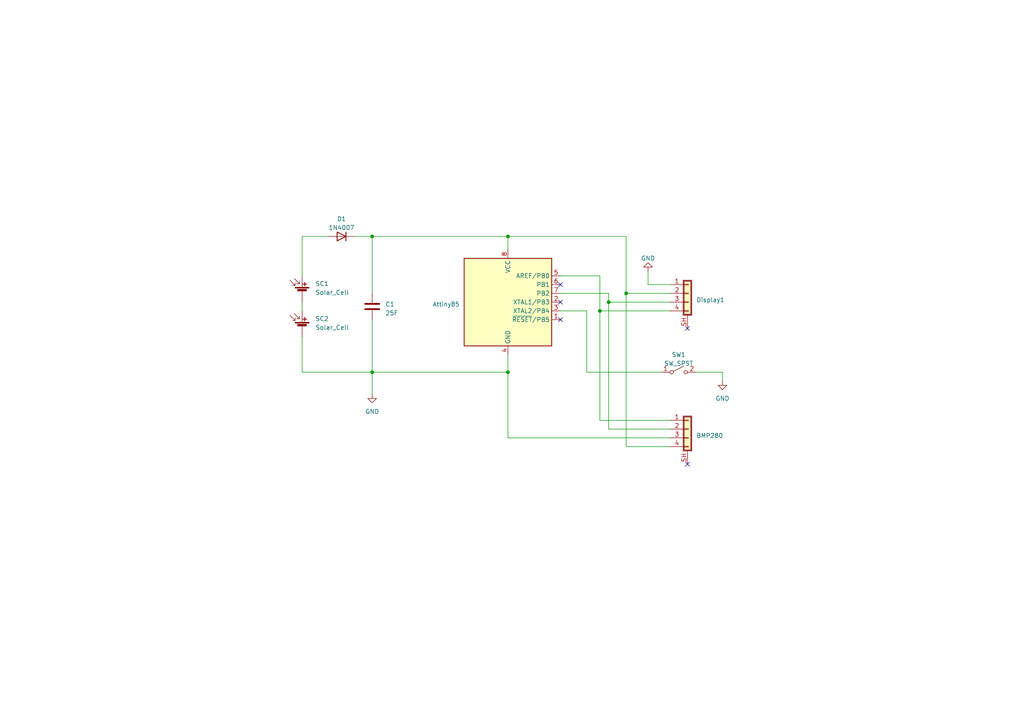
<source format=kicad_sch>
(kicad_sch (version 20230121) (generator eeschema)
  (paper "A4")
  (lib_symbols
    (symbol "Connector_Generic_Shielded:Conn_01x04_Shielded" (pin_names (offset 1.016) hide)
      (property "Reference" "J" (at 0.254 4.826 0))
      (property "Value" "Conn_01x04_Shielded" (at 1.016 -7.366 0))
      (symbol "Conn_01x04_Shielded_1_1"
        (rectangle (start -1.27 3.81) (end 1.27 -6.35) (stroke (width 0.1524)))
        (rectangle (start -1.016 -4.953) (end 0.254 -5.207) (stroke (width 0.1524)))
        (rectangle (start -1.016 -2.413) (end 0.254 -2.667) (stroke (width 0.1524)))
        (rectangle (start -1.016 0.127) (end 0.254 -0.127) (stroke (width 0.1524)))
        (rectangle (start -1.016 2.667) (end 0.254 2.413) (stroke (width 0.1524)))
        (rectangle (start -1.016 3.556) (end 1.016 -6.096) (stroke (width 0.254)) (fill (type background)))
        (pin passive line (at -5.08 2.54 0) (length 4.064) (name "Pin_1") (number "1"))
        (pin passive line (at -5.08 0 0) (length 4.064) (name "Pin_2") (number "2"))
        (pin passive line (at -5.08 -2.54 0) (length 4.064) (name "Pin_3") (number "3"))
        (pin passive line (at -5.08 -5.08 0) (length 4.064) (name "Pin_4") (number "4"))
        (pin passive line (at 0 -10.16 90) (length 3.81) (name "Shield") (number "SH"))
      )
    )
    (symbol "Device:C" (pin_numbers hide) (pin_names (offset 0.254))
      (property "Reference" "C" (at 0.635 2.54 0))
      (property "Value" "C" (at 0.635 -2.54 0))
      (symbol "C_0_1"
        (polyline (pts (xy -2.032 -0.762) (xy 2.032 -0.762)) (stroke (width 0.508)))
        (polyline (pts (xy -2.032 0.762) (xy 2.032 0.762)) (stroke (width 0.508)))
      )
      (symbol "C_1_1"
        (pin passive line (at 0 3.81 270) (length 2.794) (name "~") (number "1"))
        (pin passive line (at 0 -3.81 90) (length 2.794) (name "~") (number "2"))
      )
    )
    (symbol "Device:Solar_Cell" (pin_numbers hide) (pin_names (offset 0) hide)
      (property "Reference" "SC" (at 2.54 2.54 0))
      (property "Value" "Solar_Cell" (at 2.54 0 0))
      (symbol "Solar_Cell_0_1"
        (rectangle (start -2.032 1.778) (end 2.032 1.524) (fill (type outline)))
        (rectangle (start -1.3208 1.1938) (end 1.27 0.6858) (fill (type outline)))
        (polyline (pts (xy -2.032 2.286) (xy -3.556 3.81)))
        (polyline (pts (xy -0.762 2.794) (xy -2.286 4.318)))
        (polyline (pts (xy 0 0.762) (xy 0 0)))
        (polyline (pts (xy 0 1.778) (xy 0 2.54)))
        (polyline (pts (xy 0.254 2.667) (xy 1.27 2.667)) (stroke (width 0.254)))
        (polyline (pts (xy 0.762 3.175) (xy 0.762 2.159)) (stroke (width 0.254)))
        (polyline (pts (xy -2.032 3.048) (xy -2.032 2.286) (xy -2.794 2.286)))
        (polyline (pts (xy -0.762 3.556) (xy -0.762 2.794) (xy -1.524 2.794)))
      )
      (symbol "Solar_Cell_1_1"
        (pin passive line (at 0 5.08 270) (length 2.54) (name "+") (number "1"))
        (pin passive line (at 0 -2.54 90) (length 2.54) (name "-") (number "2"))
      )
    )
    (symbol "Diode:1N4007" (pin_numbers hide) (pin_names hide)
      (property "Reference" "D" (at 0 2.54 0))
      (property "Value" "1N4007" (at 0 -2.54 0))
      (symbol "1N4007_0_1"
        (polyline (pts (xy -1.27 1.27) (xy -1.27 -1.27)) (stroke (width 0.254)))
        (polyline (pts (xy 1.27 0) (xy -1.27 0)))
        (polyline (pts (xy 1.27 1.27) (xy 1.27 -1.27) (xy -1.27 0) (xy 1.27 1.27)) (stroke (width 0.254)))
      )
      (symbol "1N4007_1_1"
        (pin passive line (at -3.81 0 0) (length 2.54) (name "K") (number "1"))
        (pin passive line (at 3.81 0 180) (length 2.54) (name "A") (number "2"))
      )
    )
    (symbol "MCU_Microchip_ATtiny:ATtiny85-20P"
      (property "Reference" "U" (at -12.7 13.97 0))
      (property "Value" "ATtiny85-20P" (at 2.54 -13.97 0))
      (symbol "ATtiny85-20P_0_1"
        (rectangle (start -12.7 -12.7) (end 12.7 12.7) (stroke (width 0.254)) (fill (type background)))
      )
      (symbol "ATtiny85-20P_1_1"
        (pin bidirectional line (at 15.24 -5.08 180) (length 2.54) (name "~{RESET}/PB5") (number "1"))
        (pin bidirectional line (at 15.24 0 180) (length 2.54) (name "XTAL1/PB3") (number "2"))
        (pin bidirectional line (at 15.24 -2.54 180) (length 2.54) (name "XTAL2/PB4") (number "3"))
        (pin power_in line (at 0 -15.24 90) (length 2.54) (name "GND") (number "4"))
        (pin bidirectional line (at 15.24 7.62 180) (length 2.54) (name "AREF/PB0") (number "5"))
        (pin bidirectional line (at 15.24 5.08 180) (length 2.54) (name "PB1") (number "6"))
        (pin bidirectional line (at 15.24 2.54 180) (length 2.54) (name "PB2") (number "7"))
        (pin power_in line (at 0 15.24 270) (length 2.54) (name "VCC") (number "8"))
      )
    )
    (symbol "Switch:SW_SPST" (pin_names (offset 0) hide)
      (property "Reference" "SW" (at 0 3.175 0))
      (property "Value" "SW_SPST" (at 0 -2.54 0))
      (symbol "SW_SPST_0_0"
        (circle (center -2.032 0) (radius 0.508))
        (polyline (pts (xy -1.524 0.254) (xy 1.524 1.778)))
        (circle (center 2.032 0) (radius 0.508))
      )
      (symbol "SW_SPST_1_1"
        (pin passive line (at -5.08 0 0) (length 2.54) (name "A") (number "1"))
        (pin passive line (at 5.08 0 180) (length 2.54) (name "B") (number "2"))
      )
    )
    (symbol "power:GND" (power) (pin_names (offset 0))
      (property "Value" "GND" (at 0 -3.81 0))
      (symbol "GND_0_1"
        (polyline (pts (xy 0 0) (xy 0 -1.27) (xy 1.27 -1.27) (xy 0 -2.54) (xy -1.27 -1.27) (xy 0 -1.27)))
      )
      (symbol "GND_1_1"
        (pin power_in line (at 0 0 270) (length 0) hide (name "GND") (number "1"))
      )
    )
  )
  (junction (at 181.61 85.09))
  (junction (at 147.32 107.95))
  (junction (at 173.99 90.17))
  (junction (at 176.53 87.63))
  (junction (at 107.95 68.58))
  (junction (at 107.95 107.95))
  (junction (at 147.32 68.58))
  (no_connect (at 162.56 82.55))
  (no_connect (at 199.39 134.62))
  (no_connect (at 162.56 87.63))
  (no_connect (at 199.39 95.25))
  (no_connect (at 162.56 92.71))
  (wire (pts (xy 209.55 107.95) (xy 209.55 110.49)))
  (wire (pts (xy 194.31 127) (xy 147.32 127)))
  (wire (pts (xy 176.53 85.09) (xy 162.56 85.09)))
  (wire (pts (xy 201.93 107.95) (xy 209.55 107.95)))
  (wire (pts (xy 107.95 107.95) (xy 107.95 114.3)))
  (wire (pts (xy 170.18 90.17) (xy 170.18 107.95)))
  (wire (pts (xy 162.56 90.17) (xy 170.18 90.17)))
  (wire (pts (xy 87.63 80.01) (xy 87.63 68.58)))
  (wire (pts (xy 173.99 80.01) (xy 173.99 90.17)))
  (wire (pts (xy 102.87 68.58) (xy 107.95 68.58)))
  (wire (pts (xy 181.61 129.54) (xy 181.61 85.09)))
  (wire (pts (xy 173.99 90.17) (xy 194.31 90.17)))
  (wire (pts (xy 87.63 87.63) (xy 87.63 90.17)))
  (wire (pts (xy 147.32 102.87) (xy 147.32 107.95)))
  (wire (pts (xy 194.31 121.92) (xy 173.99 121.92)))
  (wire (pts (xy 173.99 121.92) (xy 173.99 90.17)))
  (wire (pts (xy 162.56 80.01) (xy 173.99 80.01)))
  (wire (pts (xy 87.63 97.79) (xy 87.63 107.95)))
  (wire (pts (xy 187.96 82.55) (xy 194.31 82.55)))
  (wire (pts (xy 107.95 107.95) (xy 107.95 92.71)))
  (wire (pts (xy 194.31 124.46) (xy 176.53 124.46)))
  (wire (pts (xy 147.32 127) (xy 147.32 107.95)))
  (wire (pts (xy 194.31 85.09) (xy 181.61 85.09)))
  (wire (pts (xy 147.32 107.95) (xy 107.95 107.95)))
  (wire (pts (xy 194.31 129.54) (xy 181.61 129.54)))
  (wire (pts (xy 187.96 78.74) (xy 187.96 82.55)))
  (wire (pts (xy 181.61 68.58) (xy 147.32 68.58)))
  (wire (pts (xy 181.61 85.09) (xy 181.61 68.58)))
  (wire (pts (xy 176.53 124.46) (xy 176.53 87.63)))
  (wire (pts (xy 170.18 107.95) (xy 191.77 107.95)))
  (wire (pts (xy 147.32 72.39) (xy 147.32 68.58)))
  (wire (pts (xy 107.95 68.58) (xy 107.95 85.09)))
  (wire (pts (xy 176.53 87.63) (xy 176.53 85.09)))
  (wire (pts (xy 87.63 68.58) (xy 95.25 68.58)))
  (wire (pts (xy 194.31 87.63) (xy 176.53 87.63)))
  (wire (pts (xy 87.63 107.95) (xy 107.95 107.95)))
  (wire (pts (xy 147.32 68.58) (xy 107.95 68.58)))
  (symbol (lib_id "Diode:1N4007") (at 99.06 68.58 180) (unit 1)
    (property "Reference" "D1" (at 99.06 63.5 0))
    (property "Value" "1N4007" (at 99.06 66.04 0))
    (property "Footprint" "Diode_THT:D_DO-41_SOD81_P10.16mm_Horizontal" (effects hide))
    (property "Datasheet" "http://www.vishay.com/docs/88503/1n4001.pdf" (effects hide))
    (property "Sim.Device" "D" (effects hide))
    (property "Sim.Pins" "1=K 2=A" (effects hide))
  )
  (symbol (lib_id "Switch:SW_SPST") (at 196.85 107.95 0) (unit 1)
    (property "Reference" "SW1" (at 196.85 102.87 0))
    (property "Value" "SW_SPST" (at 196.85 105.41 0))
    (property "Footprint" "Button_Switch_THT:SW_PUSH_6mm_H8mm" (effects hide))
  )
  (symbol (lib_id "Device:C") (at 107.95 88.9 0) (unit 1)
    (property "Reference" "C1" (at 111.76 88.265 0) (effects (justify left)))
    (property "Value" "25F" (at 111.76 90.805 0) (effects (justify left)))
    (property "Footprint" "Capacitor_THT:CP_Radial_D8.0mm_P3.80mm" (effects hide))
  )
  (symbol (lib_id "Device:Solar_Cell") (at 87.63 85.09 0) (unit 1)
    (property "Reference" "SC1" (at 91.44 82.296 0) (effects (justify left)))
    (property "Value" "Solar_Cell" (at 91.44 84.836 0) (effects (justify left)))
    (property "Footprint" "mia_libreria:solar_panel" (effects hide))
  )
  (symbol (lib_id "MCU_Microchip_ATtiny:ATtiny85-20P") (at 147.32 87.63 0) (unit 1)
    (property "Reference" "Attiny85" (at 133.35 88.265 0) (effects (justify right)))
    (property "Value" "ATtiny85-20P" (effects hide))
    (property "Footprint" "Package_DIP:DIP-8_W7.62mm_Socket" (effects hide))
    (property "Datasheet" "http://ww1.microchip.com/downloads/en/DeviceDoc/atmel-2586-avr-8-bit-microcontroller-attiny25-attiny45-attiny85_datasheet.pdf" (effects hide))
  )
  (symbol (lib_id "power:GND") (at 187.96 78.74 180) (unit 1)
    (property "Reference" "#PWR01" (effects hide))
    (property "Value" "GND" (at 187.96 74.93 0))
  )
  (symbol (lib_id "power:GND") (at 107.95 114.3 0) (unit 1)
    (property "Reference" "#PWR02" (effects hide))
    (property "Value" "GND" (at 107.95 119.38 0))
  )
  (symbol (lib_id "Connector_Generic_Shielded:Conn_01x04_Shielded") (at 199.39 85.09 0) (unit 1)
    (property "Reference" "Display1" (at 201.93 86.995 0) (effects (justify left)))
    (property "Value" "Conn_01x04_Shielded" (effects hide))
    (property "Footprint" "mia_libreria:Display_i2c_128x32" (effects hide))
  )
  (symbol (lib_id "Connector_Generic_Shielded:Conn_01x04_Shielded") (at 199.39 124.46 0) (unit 1)
    (property "Reference" "BMP280" (at 201.93 126.365 0) (effects (justify left)))
    (property "Value" "Conn_01x04_Shielded" (effects hide))
    (property "Footprint" "Connector_PinSocket_2.54mm:PinSocket_1x04_P2.54mm_Vertical" (effects hide))
  )
  (symbol (lib_id "Device:Solar_Cell") (at 87.63 95.25 0) (unit 1)
    (property "Reference" "SC2" (at 91.44 92.456 0) (effects (justify left)))
    (property "Value" "Solar_Cell" (at 91.44 94.996 0) (effects (justify left)))
    (property "Footprint" "mia_libreria:solar_panel" (effects hide))
  )
  (symbol (lib_id "power:GND") (at 209.55 110.49 0) (unit 1)
    (property "Reference" "#PWR03" (effects hide))
    (property "Value" "GND" (at 209.55 115.57 0))
  )
)
</source>
